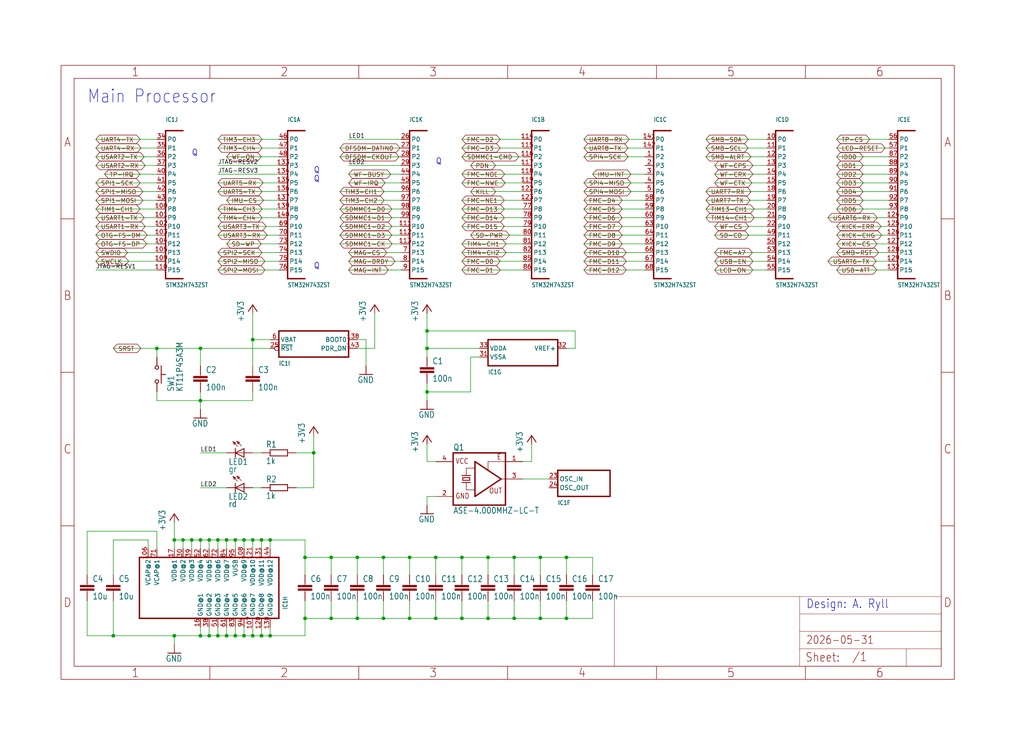
<source format=kicad_sch>
(kicad_sch (version 20231120) (generator "eeschema") (generator_version "8.0")
  (paper "User" 298.45 217.322)
  (junction (at 104.14 180.34))
  (junction (at 58.42 185.42))
  (junction (at 88.9 162.56))
  (junction (at 88.9 180.34))
  (junction (at 157.48 162.56))
  (junction (at 50.8 185.42))
  (junction (at 142.24 180.34))
  (junction (at 68.58 157.48))
  (junction (at 45.72 101.6))
  (junction (at 157.48 180.34))
  (junction (at 149.86 180.34))
  (junction (at 33.02 185.42))
  (junction (at 127 162.56))
  (junction (at 134.62 180.34))
  (junction (at 111.76 162.56))
  (junction (at 91.44 132.08))
  (junction (at 58.42 157.48))
  (junction (at 124.46 96.52))
  (junction (at 96.52 162.56))
  (junction (at 58.42 101.6))
  (junction (at 63.5 157.48))
  (junction (at 66.04 157.48))
  (junction (at 134.62 162.56))
  (junction (at 60.96 157.48))
  (junction (at 78.74 185.42))
  (junction (at 73.66 99.06))
  (junction (at 71.12 185.42))
  (junction (at 53.34 157.48))
  (junction (at 60.96 185.42))
  (junction (at 50.8 157.48))
  (junction (at 104.14 162.56))
  (junction (at 96.52 180.34))
  (junction (at 58.42 116.84))
  (junction (at 119.38 162.56))
  (junction (at 76.2 185.42))
  (junction (at 73.66 185.42))
  (junction (at 78.74 157.48))
  (junction (at 73.66 157.48))
  (junction (at 124.46 101.6))
  (junction (at 66.04 185.42))
  (junction (at 76.2 157.48))
  (junction (at 71.12 157.48))
  (junction (at 165.1 180.34))
  (junction (at 63.5 185.42))
  (junction (at 142.24 162.56))
  (junction (at 149.86 162.56))
  (junction (at 119.38 180.34))
  (junction (at 111.76 180.34))
  (junction (at 68.58 185.42))
  (junction (at 127 180.34))
  (junction (at 124.46 114.3))
  (junction (at 55.88 157.48))
  (junction (at 165.1 162.56))
  (wire (pts (xy 152.4 134.62) (xy 154.94 134.62)) (stroke (width 0.1524)))
  (wire (pts (xy 58.42 185.42) (xy 60.96 185.42)) (stroke (width 0.1524)))
  (wire (pts (xy 81.28 63.5) (xy 63.5 63.5)) (stroke (width 0.1524)))
  (wire (pts (xy 63.5 182.88) (xy 63.5 185.42)) (stroke (width 0.1524)))
  (wire (pts (xy 76.2 182.88) (xy 76.2 185.42)) (stroke (width 0.1524)))
  (wire (pts (xy 60.96 185.42) (xy 63.5 185.42)) (stroke (width 0.1524)))
  (wire (pts (xy 45.72 76.2) (xy 27.94 76.2)) (stroke (width 0.1524)))
  (wire (pts (xy 172.72 180.34) (xy 165.1 180.34)) (stroke (width 0.1524)))
  (wire (pts (xy 127 162.56) (xy 134.62 162.56)) (stroke (width 0.1524)))
  (wire (pts (xy 187.96 73.66) (xy 170.18 73.66)) (stroke (width 0.1524)))
  (wire (pts (xy 119.38 162.56) (xy 127 162.56)) (stroke (width 0.1524)))
  (wire (pts (xy 60.96 160.02) (xy 60.96 157.48)) (stroke (width 0.1524)))
  (wire (pts (xy 259.08 50.8) (xy 243.84 50.8)) (stroke (width 0.1524)))
  (wire (pts (xy 116.84 48.26) (xy 101.6 48.26)) (stroke (width 0.1524)))
  (wire (pts (xy 116.84 78.74) (xy 101.6 78.74)) (stroke (width 0.1524)))
  (wire (pts (xy 33.02 175.26) (xy 33.02 185.42)) (stroke (width 0.1524)))
  (wire (pts (xy 187.96 66.04) (xy 170.18 66.04)) (stroke (width 0.1524)))
  (wire (pts (xy 78.74 101.6) (xy 58.42 101.6)) (stroke (width 0.1524)))
  (wire (pts (xy 127 144.78) (xy 124.46 144.78)) (stroke (width 0.1524)))
  (wire (pts (xy 81.28 78.74) (xy 63.5 78.74)) (stroke (width 0.1524)))
  (wire (pts (xy 187.96 71.12) (xy 170.18 71.12)) (stroke (width 0.1524)))
  (wire (pts (xy 259.08 71.12) (xy 243.84 71.12)) (stroke (width 0.1524)))
  (wire (pts (xy 81.28 60.96) (xy 63.5 60.96)) (stroke (width 0.1524)))
  (wire (pts (xy 165.1 175.26) (xy 165.1 180.34)) (stroke (width 0.1524)))
  (wire (pts (xy 134.62 167.64) (xy 134.62 162.56)) (stroke (width 0.1524)))
  (wire (pts (xy 96.52 180.34) (xy 104.14 180.34)) (stroke (width 0.1524)))
  (wire (pts (xy 45.72 101.6) (xy 33.02 101.6)) (stroke (width 0.1524)))
  (wire (pts (xy 88.9 175.26) (xy 88.9 180.34)) (stroke (width 0.1524)))
  (wire (pts (xy 78.74 160.02) (xy 78.74 157.48)) (stroke (width 0.1524)))
  (wire (pts (xy 81.28 48.26) (xy 63.5 48.26)) (stroke (width 0.1524)))
  (wire (pts (xy 81.28 76.2) (xy 63.5 76.2)) (stroke (width 0.1524)))
  (wire (pts (xy 223.52 58.42) (xy 205.74 58.42)) (stroke (width 0.1524)))
  (wire (pts (xy 81.28 66.04) (xy 63.5 66.04)) (stroke (width 0.1524)))
  (wire (pts (xy 45.72 116.84) (xy 45.72 114.3)) (stroke (width 0.1524)))
  (wire (pts (xy 172.72 162.56) (xy 172.72 167.64)) (stroke (width 0.1524)))
  (wire (pts (xy 187.96 78.74) (xy 170.18 78.74)) (stroke (width 0.1524)))
  (wire (pts (xy 73.66 182.88) (xy 73.66 185.42)) (stroke (width 0.1524)))
  (wire (pts (xy 223.52 60.96) (xy 205.74 60.96)) (stroke (width 0.1524)))
  (wire (pts (xy 71.12 182.88) (xy 71.12 185.42)) (stroke (width 0.1524)))
  (wire (pts (xy 58.42 160.02) (xy 58.42 157.48)) (stroke (width 0.1524)))
  (wire (pts (xy 243.84 73.66) (xy 259.08 73.66)) (stroke (width 0.1524)))
  (wire (pts (xy 66.04 142.24) (xy 58.42 142.24)) (stroke (width 0.1524)))
  (wire (pts (xy 124.46 134.62) (xy 124.46 129.54)) (stroke (width 0.1524)))
  (wire (pts (xy 71.12 160.02) (xy 71.12 157.48)) (stroke (width 0.1524)))
  (wire (pts (xy 223.52 53.34) (xy 208.28 53.34)) (stroke (width 0.1524)))
  (wire (pts (xy 68.58 182.88) (xy 68.58 185.42)) (stroke (width 0.1524)))
  (wire (pts (xy 149.86 167.64) (xy 149.86 162.56)) (stroke (width 0.1524)))
  (wire (pts (xy 116.84 55.88) (xy 99.06 55.88)) (stroke (width 0.1524)))
  (wire (pts (xy 96.52 175.26) (xy 96.52 180.34)) (stroke (width 0.1524)))
  (wire (pts (xy 187.96 76.2) (xy 170.18 76.2)) (stroke (width 0.1524)))
  (wire (pts (xy 50.8 185.42) (xy 58.42 185.42)) (stroke (width 0.1524)))
  (wire (pts (xy 165.1 101.6) (xy 167.64 101.6)) (stroke (width 0.1524)))
  (wire (pts (xy 86.36 132.08) (xy 91.44 132.08)) (stroke (width 0.1524)))
  (wire (pts (xy 243.84 78.74) (xy 259.08 78.74)) (stroke (width 0.1524)))
  (wire (pts (xy 55.88 160.02) (xy 55.88 157.48)) (stroke (width 0.1524)))
  (wire (pts (xy 45.72 55.88) (xy 27.94 55.88)) (stroke (width 0.1524)))
  (wire (pts (xy 187.96 55.88) (xy 170.18 55.88)) (stroke (width 0.1524)))
  (wire (pts (xy 111.76 162.56) (xy 119.38 162.56)) (stroke (width 0.1524)))
  (wire (pts (xy 81.28 73.66) (xy 63.5 73.66)) (stroke (width 0.1524)))
  (wire (pts (xy 53.34 160.02) (xy 53.34 157.48)) (stroke (width 0.1524)))
  (wire (pts (xy 76.2 160.02) (xy 76.2 157.48)) (stroke (width 0.1524)))
  (wire (pts (xy 160.02 139.7) (xy 152.4 139.7)) (stroke (width 0.1524)))
  (wire (pts (xy 116.84 76.2) (xy 101.6 76.2)) (stroke (width 0.1524)))
  (wire (pts (xy 187.96 63.5) (xy 170.18 63.5)) (stroke (width 0.1524)))
  (wire (pts (xy 124.46 114.3) (xy 124.46 111.76)) (stroke (width 0.1524)))
  (wire (pts (xy 45.72 40.64) (xy 27.94 40.64)) (stroke (width 0.1524)))
  (wire (pts (xy 104.14 167.64) (xy 104.14 162.56)) (stroke (width 0.1524)))
  (wire (pts (xy 165.1 180.34) (xy 157.48 180.34)) (stroke (width 0.1524)))
  (wire (pts (xy 116.84 68.58) (xy 99.06 68.58)) (stroke (width 0.1524)))
  (wire (pts (xy 58.42 101.6) (xy 45.72 101.6)) (stroke (width 0.1524)))
  (wire (pts (xy 106.68 99.06) (xy 106.68 106.68)) (stroke (width 0.1524)))
  (wire (pts (xy 81.28 53.34) (xy 63.5 53.34)) (stroke (width 0.1524)))
  (wire (pts (xy 50.8 160.02) (xy 50.8 157.48)) (stroke (width 0.1524)))
  (wire (pts (xy 152.4 71.12) (xy 134.62 71.12)) (stroke (width 0.1524)))
  (wire (pts (xy 116.84 60.96) (xy 99.06 60.96)) (stroke (width 0.1524)))
  (wire (pts (xy 116.84 40.64) (xy 101.6 40.64)) (stroke (width 0.1524)))
  (wire (pts (xy 142.24 162.56) (xy 149.86 162.56)) (stroke (width 0.1524)))
  (wire (pts (xy 55.88 157.48) (xy 58.42 157.48)) (stroke (width 0.1524)))
  (wire (pts (xy 73.66 99.06) (xy 73.66 106.68)) (stroke (width 0.1524)))
  (wire (pts (xy 111.76 180.34) (xy 119.38 180.34)) (stroke (width 0.1524)))
  (wire (pts (xy 58.42 182.88) (xy 58.42 185.42)) (stroke (width 0.1524)))
  (wire (pts (xy 167.64 96.52) (xy 124.46 96.52)) (stroke (width 0.1524)))
  (wire (pts (xy 223.52 45.72) (xy 205.74 45.72)) (stroke (width 0.1524)))
  (wire (pts (xy 86.36 142.24) (xy 91.44 142.24)) (stroke (width 0.1524)))
  (wire (pts (xy 152.4 63.5) (xy 134.62 63.5)) (stroke (width 0.1524)))
  (wire (pts (xy 45.72 104.14) (xy 45.72 101.6)) (stroke (width 0.1524)))
  (wire (pts (xy 259.08 63.5) (xy 241.3 63.5)) (stroke (width 0.1524)))
  (wire (pts (xy 88.9 167.64) (xy 88.9 162.56)) (stroke (width 0.1524)))
  (wire (pts (xy 58.42 101.6) (xy 58.42 106.68)) (stroke (width 0.1524)))
  (wire (pts (xy 154.94 134.62) (xy 154.94 129.54)) (stroke (width 0.1524)))
  (wire (pts (xy 116.84 43.18) (xy 99.06 43.18)) (stroke (width 0.1524)))
  (wire (pts (xy 152.4 66.04) (xy 134.62 66.04)) (stroke (width 0.1524)))
  (wire (pts (xy 152.4 50.8) (xy 134.62 50.8)) (stroke (width 0.1524)))
  (wire (pts (xy 111.76 167.64) (xy 111.76 162.56)) (stroke (width 0.1524)))
  (wire (pts (xy 45.72 63.5) (xy 27.94 63.5)) (stroke (width 0.1524)))
  (wire (pts (xy 152.4 53.34) (xy 134.62 53.34)) (stroke (width 0.1524)))
  (wire (pts (xy 45.72 73.66) (xy 27.94 73.66)) (stroke (width 0.1524)))
  (wire (pts (xy 58.42 116.84) (xy 58.42 114.3)) (stroke (width 0.1524)))
  (wire (pts (xy 223.52 63.5) (xy 205.74 63.5)) (stroke (width 0.1524)))
  (wire (pts (xy 152.4 55.88) (xy 137.16 55.88)) (stroke (width 0.1524)))
  (wire (pts (xy 104.14 180.34) (xy 111.76 180.34)) (stroke (width 0.1524)))
  (wire (pts (xy 116.84 73.66) (xy 101.6 73.66)) (stroke (width 0.1524)))
  (wire (pts (xy 58.42 119.38) (xy 58.42 116.84)) (stroke (width 0.1524)))
  (wire (pts (xy 152.4 76.2) (xy 134.62 76.2)) (stroke (width 0.1524)))
  (wire (pts (xy 58.42 116.84) (xy 73.66 116.84)) (stroke (width 0.1524)))
  (wire (pts (xy 152.4 60.96) (xy 134.62 60.96)) (stroke (width 0.1524)))
  (wire (pts (xy 259.08 43.18) (xy 243.84 43.18)) (stroke (width 0.1524)))
  (wire (pts (xy 149.86 180.34) (xy 142.24 180.34)) (stroke (width 0.1524)))
  (wire (pts (xy 45.72 78.74) (xy 27.94 78.74)) (stroke (width 0.1524)))
  (wire (pts (xy 165.1 167.64) (xy 165.1 162.56)) (stroke (width 0.1524)))
  (wire (pts (xy 45.72 71.12) (xy 27.94 71.12)) (stroke (width 0.1524)))
  (wire (pts (xy 172.72 175.26) (xy 172.72 180.34)) (stroke (width 0.1524)))
  (wire (pts (xy 45.72 53.34) (xy 27.94 53.34)) (stroke (width 0.1524)))
  (wire (pts (xy 104.14 101.6) (xy 109.22 101.6)) (stroke (width 0.1524)))
  (wire (pts (xy 259.08 40.64) (xy 243.84 40.64)) (stroke (width 0.1524)))
  (wire (pts (xy 66.04 182.88) (xy 66.04 185.42)) (stroke (width 0.1524)))
  (wire (pts (xy 124.46 144.78) (xy 124.46 147.32)) (stroke (width 0.1524)))
  (wire (pts (xy 223.52 43.18) (xy 205.74 43.18)) (stroke (width 0.1524)))
  (wire (pts (xy 116.84 58.42) (xy 99.06 58.42)) (stroke (width 0.1524)))
  (wire (pts (xy 152.4 73.66) (xy 134.62 73.66)) (stroke (width 0.1524)))
  (wire (pts (xy 152.4 45.72) (xy 134.62 45.72)) (stroke (width 0.1524)))
  (wire (pts (xy 109.22 101.6) (xy 109.22 91.44)) (stroke (width 0.1524)))
  (wire (pts (xy 139.7 101.6) (xy 124.46 101.6)) (stroke (width 0.1524)))
  (wire (pts (xy 259.08 45.72) (xy 243.84 45.72)) (stroke (width 0.1524)))
  (wire (pts (xy 45.72 66.04) (xy 27.94 66.04)) (stroke (width 0.1524)))
  (wire (pts (xy 157.48 162.56) (xy 165.1 162.56)) (stroke (width 0.1524)))
  (wire (pts (xy 149.86 175.26) (xy 149.86 180.34)) (stroke (width 0.1524)))
  (wire (pts (xy 223.52 68.58) (xy 208.28 68.58)) (stroke (width 0.1524)))
  (wire (pts (xy 88.9 185.42) (xy 88.9 180.34)) (stroke (width 0.1524)))
  (wire (pts (xy 104.14 175.26) (xy 104.14 180.34)) (stroke (width 0.1524)))
  (wire (pts (xy 157.48 167.64) (xy 157.48 162.56)) (stroke (width 0.1524)))
  (wire (pts (xy 66.04 185.42) (xy 68.58 185.42)) (stroke (width 0.1524)))
  (wire (pts (xy 43.18 157.48) (xy 33.02 157.48)) (stroke (width 0.1524)))
  (wire (pts (xy 78.74 182.88) (xy 78.74 185.42)) (stroke (width 0.1524)))
  (wire (pts (xy 68.58 185.42) (xy 71.12 185.42)) (stroke (width 0.1524)))
  (wire (pts (xy 223.52 48.26) (xy 208.28 48.26)) (stroke (width 0.1524)))
  (wire (pts (xy 223.52 55.88) (xy 205.74 55.88)) (stroke (width 0.1524)))
  (wire (pts (xy 50.8 187.96) (xy 50.8 185.42)) (stroke (width 0.1524)))
  (wire (pts (xy 116.84 45.72) (xy 99.06 45.72)) (stroke (width 0.1524)))
  (wire (pts (xy 25.4 154.94) (xy 25.4 167.64)) (stroke (width 0.1524)))
  (wire (pts (xy 81.28 55.88) (xy 63.5 55.88)) (stroke (width 0.1524)))
  (wire (pts (xy 76.2 132.08) (xy 73.66 132.08)) (stroke (width 0.1524)))
  (wire (pts (xy 137.16 114.3) (xy 124.46 114.3)) (stroke (width 0.1524)))
  (wire (pts (xy 43.18 160.02) (xy 43.18 157.48)) (stroke (width 0.1524)))
  (wire (pts (xy 134.62 162.56) (xy 142.24 162.56)) (stroke (width 0.1524)))
  (wire (pts (xy 116.84 66.04) (xy 99.06 66.04)) (stroke (width 0.1524)))
  (wire (pts (xy 259.08 68.58) (xy 243.84 68.58)) (stroke (width 0.1524)))
  (wire (pts (xy 187.96 50.8) (xy 172.72 50.8)) (stroke (width 0.1524)))
  (wire (pts (xy 187.96 68.58) (xy 170.18 68.58)) (stroke (width 0.1524)))
  (wire (pts (xy 187.96 53.34) (xy 170.18 53.34)) (stroke (width 0.1524)))
  (wire (pts (xy 223.52 76.2) (xy 208.28 76.2)) (stroke (width 0.1524)))
  (wire (pts (xy 142.24 180.34) (xy 134.62 180.34)) (stroke (width 0.1524)))
  (wire (pts (xy 25.4 185.42) (xy 33.02 185.42)) (stroke (width 0.1524)))
  (wire (pts (xy 134.62 180.34) (xy 127 180.34)) (stroke (width 0.1524)))
  (wire (pts (xy 152.4 78.74) (xy 134.62 78.74)) (stroke (width 0.1524)))
  (wire (pts (xy 259.08 60.96) (xy 243.84 60.96)) (stroke (width 0.1524)))
  (wire (pts (xy 96.52 162.56) (xy 104.14 162.56)) (stroke (width 0.1524)))
  (wire (pts (xy 76.2 157.48) (xy 78.74 157.48)) (stroke (width 0.1524)))
  (wire (pts (xy 33.02 157.48) (xy 33.02 167.64)) (stroke (width 0.1524)))
  (wire (pts (xy 124.46 101.6) (xy 124.46 104.14)) (stroke (width 0.1524)))
  (wire (pts (xy 76.2 185.42) (xy 78.74 185.42)) (stroke (width 0.1524)))
  (wire (pts (xy 116.84 50.8) (xy 101.6 50.8)) (stroke (width 0.1524)))
  (wire (pts (xy 149.86 162.56) (xy 157.48 162.56)) (stroke (width 0.1524)))
  (wire (pts (xy 124.46 96.52) (xy 124.46 91.44)) (stroke (width 0.1524)))
  (wire (pts (xy 259.08 76.2) (xy 241.3 76.2)) (stroke (width 0.1524)))
  (wire (pts (xy 167.64 101.6) (xy 167.64 96.52)) (stroke (width 0.1524)))
  (wire (pts (xy 45.72 48.26) (xy 27.94 48.26)) (stroke (width 0.1524)))
  (wire (pts (xy 124.46 101.6) (xy 124.46 96.52)) (stroke (width 0.1524)))
  (wire (pts (xy 91.44 132.08) (xy 91.44 127)) (stroke (width 0.1524)))
  (wire (pts (xy 127 134.62) (xy 124.46 134.62)) (stroke (width 0.1524)))
  (wire (pts (xy 116.84 71.12) (xy 99.06 71.12)) (stroke (width 0.1524)))
  (wire (pts (xy 88.9 157.48) (xy 88.9 162.56)) (stroke (width 0.1524)))
  (wire (pts (xy 66.04 58.42) (xy 81.28 58.42)) (stroke (width 0.1524)))
  (wire (pts (xy 76.2 142.24) (xy 73.66 142.24)) (stroke (width 0.1524)))
  (wire (pts (xy 134.62 175.26) (xy 134.62 180.34)) (stroke (width 0.1524)))
  (wire (pts (xy 25.4 175.26) (xy 25.4 185.42)) (stroke (width 0.1524)))
  (wire (pts (xy 157.48 180.34) (xy 149.86 180.34)) (stroke (width 0.1524)))
  (wire (pts (xy 81.28 43.18) (xy 63.5 43.18)) (stroke (width 0.1524)))
  (wire (pts (xy 91.44 142.24) (xy 91.44 132.08)) (stroke (width 0.1524)))
  (wire (pts (xy 45.72 154.94) (xy 25.4 154.94)) (stroke (width 0.1524)))
  (wire (pts (xy 127 167.64) (xy 127 162.56)) (stroke (width 0.1524)))
  (wire (pts (xy 81.28 50.8) (xy 63.5 50.8)) (stroke (width 0.1524)))
  (wire (pts (xy 45.72 160.02) (xy 45.72 154.94)) (stroke (width 0.1524)))
  (wire (pts (xy 45.72 58.42) (xy 27.94 58.42)) (stroke (width 0.1524)))
  (wire (pts (xy 45.72 60.96) (xy 27.94 60.96)) (stroke (width 0.1524)))
  (wire (pts (xy 68.58 160.02) (xy 68.58 157.48)) (stroke (width 0.1524)))
  (wire (pts (xy 66.04 160.02) (xy 66.04 157.48)) (stroke (width 0.1524)))
  (wire (pts (xy 88.9 180.34) (xy 96.52 180.34)) (stroke (width 0.1524)))
  (wire (pts (xy 119.38 162.56) (xy 119.38 167.64)) (stroke (width 0.1524)))
  (wire (pts (xy 63.5 160.02) (xy 63.5 157.48)) (stroke (width 0.1524)))
  (wire (pts (xy 96.52 167.64) (xy 96.52 162.56)) (stroke (width 0.1524)))
  (wire (pts (xy 152.4 68.58) (xy 137.16 68.58)) (stroke (width 0.1524)))
  (wire (pts (xy 259.08 55.88) (xy 243.84 55.88)) (stroke (width 0.1524)))
  (wire (pts (xy 139.7 104.14) (xy 137.16 104.14)) (stroke (width 0.1524)))
  (wire (pts (xy 73.66 99.06) (xy 73.66 91.44)) (stroke (width 0.1524)))
  (wire (pts (xy 116.84 53.34) (xy 101.6 53.34)) (stroke (width 0.1524)))
  (wire (pts (xy 104.14 162.56) (xy 111.76 162.56)) (stroke (width 0.1524)))
  (wire (pts (xy 68.58 157.48) (xy 71.12 157.48)) (stroke (width 0.1524)))
  (wire (pts (xy 223.52 66.04) (xy 208.28 66.04)) (stroke (width 0.1524)))
  (wire (pts (xy 78.74 99.06) (xy 73.66 99.06)) (stroke (width 0.1524)))
  (wire (pts (xy 81.28 68.58) (xy 63.5 68.58)) (stroke (width 0.1524)))
  (wire (pts (xy 187.96 60.96) (xy 170.18 60.96)) (stroke (width 0.1524)))
  (wire (pts (xy 60.96 182.88) (xy 60.96 185.42)) (stroke (width 0.1524)))
  (wire (pts (xy 152.4 58.42) (xy 134.62 58.42)) (stroke (width 0.1524)))
  (wire (pts (xy 71.12 185.42) (xy 73.66 185.42)) (stroke (width 0.1524)))
  (wire (pts (xy 259.08 48.26) (xy 243.84 48.26)) (stroke (width 0.1524)))
  (wire (pts (xy 152.4 43.18) (xy 134.62 43.18)) (stroke (width 0.1524)))
  (wire (pts (xy 66.04 157.48) (xy 68.58 157.48)) (stroke (width 0.1524)))
  (wire (pts (xy 63.5 185.42) (xy 66.04 185.42)) (stroke (width 0.1524)))
  (wire (pts (xy 187.96 40.64) (xy 170.18 40.64)) (stroke (width 0.1524)))
  (wire (pts (xy 223.52 40.64) (xy 205.74 40.64)) (stroke (width 0.1524)))
  (wire (pts (xy 33.02 185.42) (xy 50.8 185.42)) (stroke (width 0.1524)))
  (wire (pts (xy 152.4 40.64) (xy 134.62 40.64)) (stroke (width 0.1524)))
  (wire (pts (xy 223.52 78.74) (xy 208.28 78.74)) (stroke (width 0.1524)))
  (wire (pts (xy 124.46 114.3) (xy 124.46 116.84)) (stroke (width 0.1524)))
  (wire (pts (xy 45.72 68.58) (xy 27.94 68.58)) (stroke (width 0.1524)))
  (wire (pts (xy 111.76 175.26) (xy 111.76 180.34)) (stroke (width 0.1524)))
  (wire (pts (xy 116.84 63.5) (xy 99.06 63.5)) (stroke (width 0.1524)))
  (wire (pts (xy 142.24 167.64) (xy 142.24 162.56)) (stroke (width 0.1524)))
  (wire (pts (xy 152.4 48.26) (xy 137.16 48.26)) (stroke (width 0.1524)))
  (wire (pts (xy 223.52 50.8) (xy 208.28 50.8)) (stroke (width 0.1524)))
  (wire (pts (xy 81.28 45.72) (xy 66.04 45.72)) (stroke (width 0.1524)))
  (wire (pts (xy 223.52 73.66) (xy 208.28 73.66)) (stroke (width 0.1524)))
  (wire (pts (xy 73.66 157.48) (xy 76.2 157.48)) (stroke (width 0.1524)))
  (wire (pts (xy 73.66 160.02) (xy 73.66 157.48)) (stroke (width 0.1524)))
  (wire (pts (xy 142.24 175.26) (xy 142.24 180.34)) (stroke (width 0.1524)))
  (wire (pts (xy 259.08 53.34) (xy 243.84 53.34)) (stroke (width 0.1524)))
  (wire (pts (xy 45.72 50.8) (xy 30.48 50.8)) (stroke (width 0.1524)))
  (wire (pts (xy 53.34 157.48) (xy 55.88 157.48)) (stroke (width 0.1524)))
  (wire (pts (xy 137.16 104.14) (xy 137.16 114.3)) (stroke (width 0.1524)))
  (wire (pts (xy 127 180.34) (xy 119.38 180.34)) (stroke (width 0.1524)))
  (wire (pts (xy 165.1 162.56) (xy 172.72 162.56)) (stroke (width 0.1524)))
  (wire (pts (xy 259.08 58.42) (xy 243.84 58.42)) (stroke (width 0.1524)))
  (wire (pts (xy 58.42 157.48) (xy 60.96 157.48)) (stroke (width 0.1524)))
  (wire (pts (xy 71.12 157.48) (xy 73.66 157.48)) (stroke (width 0.1524)))
  (wire (pts (xy 81.28 40.64) (xy 63.5 40.64)) (stroke (width 0.1524)))
  (wire (pts (xy 88.9 162.56) (xy 96.52 162.56)) (stroke (width 0.1524)))
  (wire (pts (xy 63.5 157.48) (xy 66.04 157.48)) (stroke (width 0.1524)))
  (wire (pts (xy 73.66 116.84) (xy 73.66 114.3)) (stroke (width 0.1524)))
  (wire (pts (xy 45.72 43.18) (xy 27.94 43.18)) (stroke (width 0.1524)))
  (wire (pts (xy 81.28 71.12) (xy 66.04 71.12)) (stroke (width 0.1524)))
  (wire (pts (xy 50.8 157.48) (xy 50.8 152.4)) (stroke (width 0.1524)))
  (wire (pts (xy 187.96 45.72) (xy 170.18 45.72)) (stroke (width 0.1524)))
  (wire (pts (xy 50.8 157.48) (xy 53.34 157.48)) (stroke (width 0.1524)))
  (wire (pts (xy 187.96 43.18) (xy 170.18 43.18)) (stroke (width 0.1524)))
  (wire (pts (xy 104.14 99.06) (xy 106.68 99.06)) (stroke (width 0.1524)))
  (wire (pts (xy 157.48 175.26) (xy 157.48 180.34)) (stroke (width 0.1524)))
  (wire (pts (xy 78.74 157.48) (xy 88.9 157.48)) (stroke (width 0.1524)))
  (wire (pts (xy 187.96 58.42) (xy 170.18 58.42)) (stroke (width 0.1524)))
  (wire (pts (xy 259.08 66.04) (xy 243.84 66.04)) (stroke (width 0.1524)))
  (wire (pts (xy 73.66 185.42) (xy 76.2 185.42)) (stroke (width 0.1524)))
  (wire (pts (xy 66.04 132.08) (xy 58.42 132.08)) (stroke (width 0.1524)))
  (wire (pts (xy 60.96 157.48) (xy 63.5 157.48)) (stroke (width 0.1524)))
  (wire (pts (xy 119.38 180.34) (xy 119.38 175.26)) (stroke (width 0.1524)))
  (wire (pts (xy 45.72 45.72) (xy 27.94 45.72)) (stroke (width 0.1524)))
  (wire (pts (xy 58.42 116.84) (xy 45.72 116.84)) (stroke (width 0.1524)))
  (wire (pts (xy 78.74 185.42) (xy 88.9 185.42)) (stroke (width 0.1524)))
  (wire (pts (xy 127 175.26) (xy 127 180.34)) (stroke (width 0.1524)))
  (text "Q" (at 91.44 78.74 0) (effects (font (size 1.778 1.5113)) (justify left bottom)))
  (text "Q" (at 55.88 45.72 0) (effects (font (size 1.778 1.5113)) (justify left bottom)))
  (text "Q" (at 91.44 50.8 0) (effects (font (size 1.778 1.5113)) (justify left bottom)))
  (text "Q" (at 91.44 53.34 0) (effects (font (size 1.778 1.5113)) (justify left bottom)))
  (text "Main Processor" (at 25.4 30.48 0) (effects (font (size 3.81 3.2385)) (justify left bottom)))
  (text "Q" (at 127 48.26 0) (effects (font (size 1.778 1.5113)) (justify left bottom)))
  (text "Design: A. Ryll" (at 234.95 177.8 0) (effects (font (size 2.54 2.159)) (justify left bottom)))
  (label "LED2" (at 58.42 142.24 0) (effects (font (size 1.2446 1.2446))))
  (label "LED2" (at 101.6 48.26 0) (effects (font (size 1.2446 1.2446))))
  (label "LED1" (at 101.6 40.64 0) (effects (font (size 1.2446 1.2446))))
  (label "JTAG-RESV3" (at 63.5 50.8 0) (effects (font (size 1.2446 1.2446))))
  (label "LED1" (at 58.42 132.08 0) (effects (font (size 1.2446 1.2446))))
  (label "JTAG-RESV1" (at 27.94 78.74 0) (effects (font (size 1.2446 1.2446))))
  (label "JTAG-RESV2" (at 63.5 48.26 0) (effects (font (size 1.2446 1.2446))))
  (global_label "IDD4" (shape bidirectional) (at 243.84 55.88 0) (effects (font (size 1.2446 1.2446))) (property "Intersheetrefs" "${INTERSHEET_REFS}" (effects (hide yes))))
  (global_label "KILL" (shape bidirectional) (at 137.16 55.88 0) (effects (font (size 1.2446 1.2446))) (property "Intersheetrefs" "${INTERSHEET_REFS}" (effects (hide yes))))
  (global_label "UART7-TX" (shape bidirectional) (at 205.74 58.42 0) (effects (font (size 1.2446 1.2446))) (property "Intersheetrefs" "${INTERSHEET_REFS}" (effects (hide yes))))
  (global_label "IDD5" (shape bidirectional) (at 243.84 58.42 0) (effects (font (size 1.2446 1.2446))) (property "Intersheetrefs" "${INTERSHEET_REFS}" (effects (hide yes))))
  (global_label "TIM4-CH3" (shape bidirectional) (at 63.5 60.96 0) (effects (font (size 1.2446 1.2446))) (property "Intersheetrefs" "${INTERSHEET_REFS}" (effects (hide yes))))
  (global_label "SD-PWR" (shape bidirectional) (at 137.16 68.58 0) (effects (font (size 1.2446 1.2446))) (property "Intersheetrefs" "${INTERSHEET_REFS}" (effects (hide yes))))
  (global_label "FMC-D13" (shape bidirectional) (at 134.62 60.96 0) (effects (font (size 1.2446 1.2446))) (property "Intersheetrefs" "${INTERSHEET_REFS}" (effects (hide yes))))
  (global_label "SPI4-MOSI" (shape bidirectional) (at 170.18 55.88 0) (effects (font (size 1.2446 1.2446))) (property "Intersheetrefs" "${INTERSHEET_REFS}" (effects (hide yes))))
  (global_label "WF-CPS" (shape bidirectional) (at 208.28 48.26 0) (effects (font (size 1.2446 1.2446))) (property "Intersheetrefs" "${INTERSHEET_REFS}" (effects (hide yes))))
  (global_label "UART7-RX" (shape bidirectional) (at 205.74 55.88 0) (effects (font (size 1.2446 1.2446))) (property "Intersheetrefs" "${INTERSHEET_REFS}" (effects (hide yes))))
  (global_label "SPI4-MISO" (shape bidirectional) (at 170.18 53.34 0) (effects (font (size 1.2446 1.2446))) (property "Intersheetrefs" "${INTERSHEET_REFS}" (effects (hide yes))))
  (global_label "SDMMC1-D1" (shape bidirectional) (at 99.06 63.5 0) (effects (font (size 1.2446 1.2446))) (property "Intersheetrefs" "${INTERSHEET_REFS}" (effects (hide yes))))
  (global_label "USART2-TX" (shape bidirectional) (at 27.94 45.72 0) (effects (font (size 1.2446 1.2446))) (property "Intersheetrefs" "${INTERSHEET_REFS}" (effects (hide yes))))
  (global_label "UART5-TX" (shape bidirectional) (at 63.5 55.88 0) (effects (font (size 1.2446 1.2446))) (property "Intersheetrefs" "${INTERSHEET_REFS}" (effects (hide yes))))
  (global_label "SPI1-MISO" (shape bidirectional) (at 27.94 55.88 0) (effects (font (size 1.2446 1.2446))) (property "Intersheetrefs" "${INTERSHEET_REFS}" (effects (hide yes))))
  (global_label "FMC-D1" (shape bidirectional) (at 134.62 78.74 0) (effects (font (size 1.2446 1.2446))) (property "Intersheetrefs" "${INTERSHEET_REFS}" (effects (hide yes))))
  (global_label "SPI1-SCK" (shape bidirectional) (at 27.94 53.34 0) (effects (font (size 1.2446 1.2446))) (property "Intersheetrefs" "${INTERSHEET_REFS}" (effects (hide yes))))
  (global_label "TIM3-CH4" (shape bidirectional) (at 63.5 43.18 0) (effects (font (size 1.2446 1.2446))) (property "Intersheetrefs" "${INTERSHEET_REFS}" (effects (hide yes))))
  (global_label "SPI2-SCK" (shape bidirectional) (at 63.5 73.66 0) (effects (font (size 1.2446 1.2446))) (property "Intersheetrefs" "${INTERSHEET_REFS}" (effects (hide yes))))
  (global_label "SMB-SDA" (shape bidirectional) (at 205.74 40.64 0) (effects (font (size 1.2446 1.2446))) (property "Intersheetrefs" "${INTERSHEET_REFS}" (effects (hide yes))))
  (global_label "IMU-CS" (shape bidirectional) (at 66.04 58.42 0) (effects (font (size 1.2446 1.2446))) (property "Intersheetrefs" "${INTERSHEET_REFS}" (effects (hide yes))))
  (global_label "USART1-RX" (shape bidirectional) (at 27.94 66.04 0) (effects (font (size 1.2446 1.2446))) (property "Intersheetrefs" "${INTERSHEET_REFS}" (effects (hide yes))))
  (global_label "TIM3-CH1" (shape bidirectional) (at 99.06 55.88 0) (effects (font (size 1.2446 1.2446))) (property "Intersheetrefs" "${INTERSHEET_REFS}" (effects (hide yes))))
  (global_label "TIM13-CH1" (shape bidirectional) (at 205.74 60.96 0) (effects (font (size 1.2446 1.2446))) (property "Intersheetrefs" "${INTERSHEET_REFS}" (effects (hide yes))))
  (global_label "DFSDM-DATIN0" (shape bidirectional) (at 99.06 43.18 0) (effects (font (size 1.2446 1.2446))) (property "Intersheetrefs" "${INTERSHEET_REFS}" (effects (hide yes))))
  (global_label "FMC-NE1" (shape bidirectional) (at 134.62 58.42 0) (effects (font (size 1.2446 1.2446))) (property "Intersheetrefs" "${INTERSHEET_REFS}" (effects (hide yes))))
  (global_label "WF-BUSY" (shape bidirectional) (at 101.6 50.8 0) (effects (font (size 1.2446 1.2446))) (property "Intersheetrefs" "${INTERSHEET_REFS}" (effects (hide yes))))
  (global_label "FMC-D4" (shape bidirectional) (at 170.18 58.42 0) (effects (font (size 1.2446 1.2446))) (property "Intersheetrefs" "${INTERSHEET_REFS}" (effects (hide yes))))
  (global_label "FMC-D3" (shape bidirectional) (at 134.62 43.18 0) (effects (font (size 1.2446 1.2446))) (property "Intersheetrefs" "${INTERSHEET_REFS}" (effects (hide yes))))
  (global_label "UART5-RX" (shape bidirectional) (at 63.5 53.34 0) (effects (font (size 1.2446 1.2446))) (property "Intersheetrefs" "${INTERSHEET_REFS}" (effects (hide yes))))
  (global_label "FMC-D2" (shape bidirectional) (at 134.62 40.64 0) (effects (font (size 1.2446 1.2446))) (property "Intersheetrefs" "${INTERSHEET_REFS}" (effects (hide yes))))
  (global_label "SPI2-MISO" (shape bidirectional) (at 63.5 76.2 0) (effects (font (size 1.2446 1.2446))) (property "Intersheetrefs" "${INTERSHEET_REFS}" (effects (hide yes))))
  (global_label "TIM3-CH2" (shape bidirectional) (at 99.06 58.42 0) (effects (font (size 1.2446 1.2446))) (property "Intersheetrefs" "${INTERSHEET_REFS}" (effects (hide yes))))
  (global_label "FMC-D9" (shape bidirectional) (at 170.18 71.12 0) (effects (font (size 1.2446 1.2446))) (property "Intersheetrefs" "${INTERSHEET_REFS}" (effects (hide yes))))
  (global_label "FMC-D8" (shape bidirectional) (at 170.18 68.58 0) (effects (font (size 1.2446 1.2446))) (property "Intersheetrefs" "${INTERSHEET_REFS}" (effects (hide yes))))
  (global_label "TIM14-CH1" (shape bidirectional) (at 205.74 63.5 0) (effects (font (size 1.2446 1.2446))) (property "Intersheetrefs" "${INTERSHEET_REFS}" (effects (hide yes))))
  (global_label "PDN" (shape bidirectional) (at 137.16 48.26 0) (effects (font (size 1.2446 1.2446))) (property "Intersheetrefs" "${INTERSHEET_REFS}" (effects (hide yes))))
  (global_label "FMC-D5" (shape bidirectional) (at 170.18 60.96 0) (effects (font (size 1.2446 1.2446))) (property "Intersheetrefs" "${INTERSHEET_REFS}" (effects (hide yes))))
  (global_label "OTG-FS-DP" (shape bidirectional) (at 27.94 71.12 0) (effects (font (size 1.2446 1.2446))) (property "Intersheetrefs" "${INTERSHEET_REFS}" (effects (hide yes))))
  (global_label "IMU-INT" (shape bidirectional) (at 172.72 50.8 0) (effects (font (size 1.2446 1.2446))) (property "Intersheetrefs" "${INTERSHEET_REFS}" (effects (hide yes))))
  (global_label "FMC-D10" (shape bidirectional) (at 170.18 73.66 0) (effects (font (size 1.2446 1.2446))) (property "Intersheetrefs" "${INTERSHEET_REFS}" (effects (hide yes))))
  (global_label "WF-CRX" (shape bidirectional) (at 208.28 50.8 0) (effects (font (size 1.2446 1.2446))) (property "Intersheetrefs" "${INTERSHEET_REFS}" (effects (hide yes))))
  (global_label "USART3-RX" (shape bidirectional) (at 63.5 68.58 0) (effects (font (size 1.2446 1.2446))) (property "Intersheetrefs" "${INTERSHEET_REFS}" (effects (hide yes))))
  (global_label "SDMMC1-CK" (shape bidirectional) (at 99.06 71.12 0) (effects (font (size 1.2446 1.2446))) (property "Intersheetrefs" "${INTERSHEET_REFS}" (effects (hide yes))))
  (global_label "OTG-FS-DM" (shape bidirectional) (at 27.94 68.58 0) (effects (font (size 1.2446 1.2446))) (property "Intersheetrefs" "${INTERSHEET_REFS}" (effects (hide yes))))
  (global_label "FMC-D11" (shape bidirectional) (at 170.18 76.2 0) (effects (font (size 1.2446 1.2446))) (property "Intersheetrefs" "${INTERSHEET_REFS}" (effects (hide yes))))
  (global_label "SDMMC1-D2" (shape bidirectional) (at 99.06 66.04 0) (effects (font (size 1.2446 1.2446))) (property "Intersheetrefs" "${INTERSHEET_REFS}" (effects (hide yes))))
  (global_label "IDD1" (shape bidirectional) (at 243.84 48.26 0) (effects (font (size 1.2446 1.2446))) (property "Intersheetrefs" "${INTERSHEET_REFS}" (effects (hide yes))))
  (global_label "SPI1-MOSI" (shape bidirectional) (at 27.94 58.42 0) (effects (font (size 1.2446 1.2446))) (property "Intersheetrefs" "${INTERSHEET_REFS}" (effects (hide yes))))
  (global_label "SDMMC1-CMD" (shape bidirectional) (at 134.62 45.72 0) (effects (font (size 1.2446 1.2446))) (property "Intersheetrefs" "${INTERSHEET_REFS}" (effects (hide yes))))
  (global_label "FMC-A7" (shape bidirectional) (at 208.28 73.66 0) (effects (font (size 1.2446 1.2446))) (property "Intersheetrefs" "${INTERSHEET_REFS}" (effects (hide yes))))
  (global_label "SWDIO" (shape bidirectional) (at 27.94 73.66 0) (effects (font (size 1.2446 1.2446))) (property "Intersheetrefs" "${INTERSHEET_REFS}" (effects (hide yes))))
  (global_label "FMC-D14" (shape bidirectional) (at 134.62 63.5 0) (effects (font (size 1.2446 1.2446))) (property "Intersheetrefs" "${INTERSHEET_REFS}" (effects (hide yes))))
  (global_label "TP-CS" (shape bidirectional) (at 243.84 40.64 0) (effects (font (size 1.2446 1.2446))) (property "Intersheetrefs" "${INTERSHEET_REFS}" (effects (hide yes))))
  (global_label "SDMMC1-D3" (shape bidirectional) (at 99.06 68.58 0) (effects (font (size 1.2446 1.2446))) (property "Intersheetrefs" "${INTERSHEET_REFS}" (effects (hide yes))))
  (global_label "LCD-ON" (shape bidirectional) (at 208.28 78.74 0) (effects (font (size 1.2446 1.2446))) (property "Intersheetrefs" "${INTERSHEET_REFS}" (effects (hide yes))))
  (global_label "TIM4-CH1" (shape bidirectional) (at 134.62 71.12 0) (effects (font (size 1.2446 1.2446))) (property "Intersheetrefs" "${INTERSHEET_REFS}" (effects (hide yes))))
  (global_label "USB-ATT" (shape bidirectional) (at 243.84 78.74 0) (effects (font (size 1.2446 1.2446))) (property "Intersheetrefs" "${INTERSHEET_REFS}" (effects (hide yes))))
  (global_label "KICK-CHG" (shape bidirectional) (at 243.84 68.58 0) (effects (font (size 1.2446 1.2446))) (property "Intersheetrefs" "${INTERSHEET_REFS}" (effects (hide yes))))
  (global_label "SD-WP" (shape bidirectional) (at 66.04 71.12 0) (effects (font (size 1.2446 1.2446))) (property "Intersheetrefs" "${INTERSHEET_REFS}" (effects (hide yes))))
  (global_label "TP-IRQ" (shape bidirectional) (at 30.48 50.8 0) (effects (font (size 1.2446 1.2446))) (property "Intersheetrefs" "${INTERSHEET_REFS}" (effects (hide yes))))
  (global_label "USART3-TX" (shape bidirectional) (at 63.5 66.04 0) (effects (font (size 1.2446 1.2446))) (property "Intersheetrefs" "${INTERSHEET_REFS}" (effects (hide yes))))
  (global_label "SPI4-SCK" (shape bidirectional) (at 170.18 45.72 0) (effects (font (size 1.2446 1.2446))) (property "Intersheetrefs" "${INTERSHEET_REFS}" (effects (hide yes))))
  (global_label "FMC-NOE" (shape bidirectional) (at 134.62 50.8 0) (effects (font (size 1.2446 1.2446))) (property "Intersheetrefs" "${INTERSHEET_REFS}" (effects (hide yes))))
  (global_label "WF-CS" (shape bidirectional) (at 208.28 66.04 0) (effects (font (size 1.2446 1.2446))) (property "Intersheetrefs" "${INTERSHEET_REFS}" (effects (hide yes))))
  (global_label "TIM1-CH1" (shape bidirectional) (at 27.94 60.96 0) (effects (font (size 1.2446 1.2446))) (property "Intersheetrefs" "${INTERSHEET_REFS}" (effects (hide yes))))
  (global_label "FMC-NWE" (shape bidirectional) (at 134.62 53.34 0) (effects (font (size 1.2446 1.2446))) (property "Intersheetrefs" "${INTERSHEET_REFS}" (effects (hide yes))))
  (global_label "SMB-SCL" (shape bidirectional) (at 205.74 43.18 0) (effects (font (size 1.2446 1.2446))) (property "Intersheetrefs" "${INTERSHEET_REFS}" (effects (hide yes))))
  (global_label "SPI2-MOSI" (shape bidirectional) (at 63.5 78.74 0) (effects (font (size 1.2446 1.2446))) (property "Intersheetrefs" "${INTERSHEET_REFS}" (effects (hide yes))))
  (global_label "WF-CTX" (shape bidirectional) (at 208.28 53.34 0) (effects (font (size 1.2446 1.2446))) (property "Intersheetrefs" "${INTERSHEET_REFS}" (effects (hide yes))))
  (global_label "FMC-D7" (shape bidirectional) (at 170.18 66.04 0) (effects (font (size 1.2446 1.2446))) (property "Intersheetrefs" "${INTERSHEET_REFS}" (effects (hide yes))))
  (global_label "MAG-INT" (shape bidirectional) (at 101.6 78.74 0) (effects (font (size 1.2446 1.2446))) (property "Intersheetrefs" "${INTERSHEET_REFS}" (effects (hide yes))))
  (global_label "SMB-RST" (shape bidirectional) (at 243.84 73.66 0) (effects (font (size 1.2446 1.2446))) (property "Intersheetrefs" "${INTERSHEET_REFS}" (effects (hide yes))))
  (global_label "USART6-RX" (shape bidirectional) (at 241.3 63.5 0) (effects (font (size 1.2446 1.2446))) (property "Intersheetrefs" "${INTERSHEET_REFS}" (effects (hide yes))))
  (global_label "FMC-D12" (shape bidirectional) (at 170.18 78.74 0) (effects (font (size 1.2446 1.2446))) (property "Intersheetrefs" "${INTERSHEET_REFS}" (effects (hide yes))))
  (global_label "FMC-D6" (shape bidirectional) (at 170.18 63.5 0) (effects (font (size 1.2446 1.2446))) (property "Intersheetrefs" "${INTERSHEET_REFS}" (effects (hide yes))))
  (global_label "UART4-RX" (shape bidirectional) (at 27.94 43.18 0) (effects (font (size 1.2446 1.2446))) (property "Intersheetrefs" "${INTERSHEET_REFS}" (effects (hide yes))))
  (global_label "KICK-ERR" (shape bidirectional) (at 243.84 66.04 0) (effects (font (size 1.2446 1.2446))) (property "Intersheetrefs" "${INTERSHEET_REFS}" (effects (hide yes))))
  (global_label "USB-EN" (shape bidirectional) (at 208.28 76.2 0) (effects (font (size 1.2446 1.2446))) (property "Intersheetrefs" "${INTERSHEET_REFS}" (effects (hide yes))))
  (global_label "IDD3" (shape bidirectional) (at 243.84 53.34 0) (effects (font (size 1.2446 1.2446))) (property "Intersheetrefs" "${INTERSHEET_REFS}" (effects (hide yes))))
  (global_label "SMB-ALRT" (shape bidirectional) (at 205.74 45.72 0) (effects (font (size 1.2446 1.2446))) (property "Intersheetrefs" "${INTERSHEET_REFS}" (effects (hide yes))))
  (global_label "FMC-D0" (shape bidirectional) (at 134.62 76.2 0) (effects (font (size 1.2446 1.2446))) (property "Intersheetrefs" "${INTERSHEET_REFS}" (effects (hide yes))))
  (global_label "SD-CD" (shape bidirectional) (at 208.28 68.58 0) (effects (font (size 1.2446 1.2446))) (property "Intersheetrefs" "${INTERSHEET_REFS}" (effects (hide yes))))
  (global_label "TIM4-CH2" (shape bidirectional) (at 134.62 73.66 0) (effects (font (size 1.2446 1.2446))) (property "Intersheetrefs" "${INTERSHEET_REFS}" (effects (hide yes))))
  (global_label "FMC-D15" (shape bidirectional) (at 134.62 66.04 0) (effects (font (size 1.2446 1.2446))) (property "Intersheetrefs" "${INTERSHEET_REFS}" (effects (hide yes))))
  (global_label "USART6-TX" (shape bidirectional) (at 241.3 76.2 0) (effects (font (size 1.2446 1.2446))) (property "Intersheetrefs" "${INTERSHEET_REFS}" (effects (hide yes))))
  (global_label "MAG-DRDY" (shape bidirectional) (at 101.6 76.2 0) (effects (font (size 1.2446 1.2446))) (property "Intersheetrefs" "${INTERSHEET_REFS}" (effects (hide yes))))
  (global_label "IDD0" (shape bidirectional) (at 243.84 45.72 0) (effects (font (size 1.2446 1.2446))) (property "Intersheetrefs" "${INTERSHEET_REFS}" (effects (hide yes))))
  (global_label "WF-IRQ" (shape bidirectional) (at 101.6 53.34 0) (effects (font (size 1.2446 1.2446))) (property "Intersheetrefs" "${INTERSHEET_REFS}" (effects (hide yes))))
  (global_label "SWCLK" (shape bidirectional) (at 27.94 76.2 0) (effects (font (size 1.2446 1.2446))) (property "Intersheetrefs" "${INTERSHEET_REFS}" (effects (hide yes))))
  (global_label "LCD-RESET" (shape bidirectional) (at 243.84 43.18 0) (effects (font (size 1.2446 1.2446))) (property "Intersheetrefs" "${INTERSHEET_REFS}" (effects (hide yes))))
  (global_label "TIM4-CH4" (shape bidirectional) (at 63.5 63.5 0) (effects (font (size 1.2446 1.2446))) (property "Intersheetrefs" "${INTERSHEET_REFS}" (effects (hide yes))))
  (global_label "USART1-TX" (shape bidirectional) (at 27.94 63.5 0) (effects (font (size 1.2446 1.2446))) (property "Intersheetrefs" "${INTERSHEET_REFS}" (effects (hide yes))))
  (global_label "IDD2" (shape bidirectional) (at 243.84 50.8 0) (effects (font (size 1.2446 1.2446))) (property "Intersheetrefs" "${INTERSHEET_REFS}" (effects (hide yes))))
  (global_label "UART4-TX" (shape bidirectional) (at 27.94 40.64 0) (effects (font (size 1.2446 1.2446))) (property "Intersheetrefs" "${INTERSHEET_REFS}" (effects (hide yes))))
  (global_label "MAG-CS" (shape bidirectional) (at 101.6 73.66 0) (effects (font (size 1.2446 1.2446))) (property "Intersheetrefs" "${INTERSHEET_REFS}" (effects (hide yes))))
  (global_label "IDD6" (shape bidirectional) (at 243.84 60.96 0) (effects (font (size 1.2446 1.2446))) (property "Intersheetrefs" "${INTERSHEET_REFS}" (effects (hide yes))))
  (global_label "KICK-CS" (shape bidirectional) (at 243.84 71.12 0) (effects (font (size 1.2446 1.2446))) (property "Intersheetrefs" "${INTERSHEET_REFS}" (effects (hide yes))))
  (global_label "UART8-TX" (shape bidirectional) (at 170.18 43.18 0) (effects (font (size 1.2446 1.2446))) (property "Intersheetrefs" "${INTERSHEET_REFS}" (effects (hide yes))))
  (global_label "USART2-RX" (shape bidirectional) (at 27.94 48.26 0) (effects (font (size 1.2446 1.2446))) (property "Intersheetrefs" "${INTERSHEET_REFS}" (effects (hide yes))))
  (global_label "UART8-RX" (shape bidirectional) (at 170.18 40.64 0) (effects (font (size 1.2446 1.2446))) (property "Intersheetrefs" "${INTERSHEET_REFS}" (effects (hide yes))))
  (global_label "SDMMC1-D0" (shape bidirectional) (at 99.06 60.96 0) (effects (font (size 1.2446 1.2446))) (property "Intersheetrefs" "${INTERSHEET_REFS}" (effects (hide yes))))
  (global_label "DFSDM-CKOUT" (shape bidirectional) (at 99.06 45.72 0) (effects (font (size 1.2446 1.2446))) (property "Intersheetrefs" "${INTERSHEET_REFS}" (effects (hide yes))))
  (global_label "TIM3-CH3" (shape bidirectional) (at 63.5 40.64 0) (effects (font (size 1.2446 1.2446))) (property "Intersheetrefs" "${INTERSHEET_REFS}" (effects (hide yes))))
  (global_label "WF-ON" (shape bidirectional) (at 66.04 45.72 0) (effects (font (size 1.2446 1.2446))) (property "Intersheetrefs" "${INTERSHEET_REFS}" (effects (hide yes))))
  (global_label "SRST" (shape bidirectional) (at 33.02 101.6 0) (effects (font (size 1.2446 1.2446))) (property "Intersheetrefs" "${INTERSHEET_REFS}" (effects (hide yes))))
  (symbol (lib_id "Mainboard v13-eagle-import:+3V3") (at 73.66 88.9 0) (unit 1)
    (property "Reference" "#+3V31" (effects (hide yes)))
    (property "Value" "+3V3" (at 71.12 93.98 90) (effects (font (size 1.778 1.5113)) (justify left bottom)))
  )
  (symbol (lib_id "Mainboard v13-eagle-import:C-EUC0603") (at 73.66 109.22 0) (unit 1)
    (property "Reference" "C3" (at 75.184 108.839 0) (effects (font (size 1.778 1.5113)) (justify left bottom)))
    (property "Value" "100n" (at 75.184 113.919 0) (effects (font (size 1.778 1.5113)) (justify left bottom)))
    (property "Footprint" "Mainboard v13:C0603" (effects (hide yes)))
  )
  (symbol (lib_id "Mainboard v13-eagle-import:C-EUC0603") (at 165.1 170.18 0) (unit 1)
    (property "Reference" "C16" (at 166.624 169.799 0) (effects (font (size 1.778 1.5113)) (justify left bottom)))
    (property "Value" "100n" (at 166.624 174.879 0) (effects (font (size 1.778 1.5113)) (justify left bottom)))
    (property "Footprint" "Mainboard v13:C0603" (effects (hide yes)))
  )
  (symbol (lib_id "Mainboard v13-eagle-import:STM32H743ZST") (at 157.48 58.42 0) (unit 2)
    (property "Reference" "IC1" (at 154.94 35.56 0) (effects (font (size 1.27 1.0795)) (justify left bottom)))
    (property "Value" "STM32H743ZST" (at 154.94 83.82 0) (effects (font (size 1.27 1.0795)) (justify left bottom)))
    (property "Footprint" "Mainboard v13:LQFP144-ST" (effects (hide yes)))
  )
  (symbol (lib_id "Mainboard v13-eagle-import:LEDCHIP-LED0603") (at 71.12 142.24 270) (unit 1)
    (property "Reference" "LED2" (at 66.548 145.796 90) (effects (font (size 1.778 1.5113)) (justify left bottom)))
    (property "Value" "rd" (at 66.548 147.955 90) (effects (font (size 1.778 1.5113)) (justify left bottom)))
    (property "Footprint" "Mainboard v13:CHIP-LED0603" (effects (hide yes)))
  )
  (symbol (lib_id "Mainboard v13-eagle-import:C-EUC0603") (at 142.24 170.18 0) (unit 1)
    (property "Reference" "C13" (at 143.764 169.799 0) (effects (font (size 1.778 1.5113)) (justify left bottom)))
    (property "Value" "100n" (at 143.764 174.879 0) (effects (font (size 1.778 1.5113)) (justify left bottom)))
    (property "Footprint" "Mainboard v13:C0603" (effects (hide yes)))
  )
  (symbol (lib_id "Mainboard v13-eagle-import:STM32H743ZST") (at 228.6 58.42 0) (unit 4)
    (property "Reference" "IC1" (at 226.06 35.56 0) (effects (font (size 1.27 1.0795)) (justify left bottom)))
    (property "Value" "STM32H743ZST" (at 226.06 83.82 0) (effects (font (size 1.27 1.0795)) (justify left bottom)))
    (property "Footprint" "Mainboard v13:LQFP144-ST" (effects (hide yes)))
  )
  (symbol (lib_id "Mainboard v13-eagle-import:+3V3") (at 154.94 127 0) (unit 1)
    (property "Reference" "#+3V36" (effects (hide yes)))
    (property "Value" "+3V3" (at 152.4 132.08 90) (effects (font (size 1.778 1.5113)) (justify left bottom)))
  )
  (symbol (lib_id "Mainboard v13-eagle-import:C-EUC0603") (at 172.72 170.18 0) (unit 1)
    (property "Reference" "C17" (at 174.244 169.799 0) (effects (font (size 1.778 1.5113)) (justify left bottom)))
    (property "Value" "100n" (at 174.244 174.879 0) (effects (font (size 1.778 1.5113)) (justify left bottom)))
    (property "Footprint" "Mainboard v13:C0603" (effects (hide yes)))
  )
  (symbol (lib_id "Mainboard v13-eagle-import:C-EUC0603") (at 25.4 170.18 0) (unit 1)
    (property "Reference" "C4" (at 26.924 169.799 0) (effects (font (size 1.778 1.5113)) (justify left bottom)))
    (property "Value" "10u" (at 26.924 174.879 0) (effects (font (size 1.778 1.5113)) (justify left bottom)))
    (property "Footprint" "Mainboard v13:C0603" (effects (hide yes)))
  )
  (symbol (lib_id "Mainboard v13-eagle-import:GND") (at 58.42 121.92 0) (unit 1)
    (property "Reference" "#GND3" (effects (hide yes)))
    (property "Value" "GND" (at 55.88 124.46 0) (effects (font (size 1.778 1.5113)) (justify left bottom)))
  )
  (symbol (lib_id "Mainboard v13-eagle-import:STM32H743ZST") (at 193.04 58.42 0) (unit 3)
    (property "Reference" "IC1" (at 190.5 35.56 0) (effects (font (size 1.27 1.0795)) (justify left bottom)))
    (property "Value" "STM32H743ZST" (at 190.5 83.82 0) (effects (font (size 1.27 1.0795)) (justify left bottom)))
    (property "Footprint" "Mainboard v13:LQFP144-ST" (effects (hide yes)))
  )
  (symbol (lib_id "Mainboard v13-eagle-import:STM32H743ZST") (at 170.18 142.24 0) (unit 6)
    (property "Reference" "IC1" (at 162.56 147.32 0) (effects (font (size 1.27 1.0795)) (justify left bottom)))
    (property "Value" "STM32H743ZST" (effects (hide yes)))
    (property "Footprint" "Mainboard v13:LQFP144-ST" (effects (hide yes)))
  )
  (symbol (lib_id "Mainboard v13-eagle-import:OSCIASE") (at 139.7 139.7 0) (unit 1)
    (property "Reference" "Q1" (at 132.08 131.445 0) (effects (font (size 1.778 1.5113)) (justify left bottom)))
    (property "Value" "ASE-4.000MHZ-LC-T" (at 132.08 149.86 0) (effects (font (size 1.778 1.5113)) (justify left bottom)))
    (property "Footprint" "Mainboard v13:OSCI-ASE" (effects (hide yes)))
  )
  (symbol (lib_id "Mainboard v13-eagle-import:C-EUC0603") (at 33.02 170.18 0) (unit 1)
    (property "Reference" "C5" (at 34.544 169.799 0) (effects (font (size 1.778 1.5113)) (justify left bottom)))
    (property "Value" "10u" (at 34.544 174.879 0) (effects (font (size 1.778 1.5113)) (justify left bottom)))
    (property "Footprint" "Mainboard v13:C0603" (effects (hide yes)))
  )
  (symbol (lib_id "Mainboard v13-eagle-import:C-EUC0603") (at 134.62 170.18 0) (unit 1)
    (property "Reference" "C12" (at 136.144 169.799 0) (effects (font (size 1.778 1.5113)) (justify left bottom)))
    (property "Value" "100n" (at 136.144 174.879 0) (effects (font (size 1.778 1.5113)) (justify left bottom)))
    (property "Footprint" "Mainboard v13:C0603" (effects (hide yes)))
  )
  (symbol (lib_id "Mainboard v13-eagle-import:C-EUC0603") (at 119.38 170.18 0) (unit 1)
    (property "Reference" "C10" (at 120.904 169.799 0) (effects (font (size 1.778 1.5113)) (justify left bottom)))
    (property "Value" "100n" (at 120.904 174.879 0) (effects (font (size 1.778 1.5113)) (justify left bottom)))
    (property "Footprint" "Mainboard v13:C0603" (effects (hide yes)))
  )
  (symbol (lib_id "Mainboard v13-eagle-import:C-EUC0603") (at 124.46 106.68 0) (unit 1)
    (property "Reference" "C1" (at 125.984 106.299 0) (effects (font (size 1.778 1.5113)) (justify left bottom)))
    (property "Value" "100n" (at 125.984 111.379 0) (effects (font (size 1.778 1.5113)) (justify left bottom)))
    (property "Footprint" "Mainboard v13:C0603" (effects (hide yes)))
  )
  (symbol (lib_id "Mainboard v13-eagle-import:R-EU_R0603") (at 81.28 132.08 0) (unit 1)
    (property "Reference" "R1" (at 77.47 130.5814 0) (effects (font (size 1.778 1.5113)) (justify left bottom)))
    (property "Value" "1k" (at 77.47 135.382 0) (effects (font (size 1.778 1.5113)) (justify left bottom)))
    (property "Footprint" "Mainboard v13:R0603" (effects (hide yes)))
  )
  (symbol (lib_id "Mainboard v13-eagle-import:GND") (at 50.8 190.5 0) (unit 1)
    (property "Reference" "#GND5" (effects (hide yes)))
    (property "Value" "GND" (at 48.26 193.04 0) (effects (font (size 1.778 1.5113)) (justify left bottom)))
  )
  (symbol (lib_id "Mainboard v13-eagle-import:STM32H743ZST") (at 152.4 104.14 0) (unit 7)
    (property "Reference" "IC1" (at 142.24 109.22 0) (effects (font (size 1.27 1.0795)) (justify left bottom)))
    (property "Value" "STM32H743ZST" (effects (hide yes)))
    (property "Footprint" "Mainboard v13:LQFP144-ST" (effects (hide yes)))
  )
  (symbol (lib_id "Mainboard v13-eagle-import:C-EUC0603") (at 58.42 109.22 0) (unit 1)
    (property "Reference" "C2" (at 59.944 108.839 0) (effects (font (size 1.778 1.5113)) (justify left bottom)))
    (property "Value" "100n" (at 59.944 113.919 0) (effects (font (size 1.778 1.5113)) (justify left bottom)))
    (property "Footprint" "Mainboard v13:C0603" (effects (hide yes)))
  )
  (symbol (lib_id "Mainboard v13-eagle-import:C-EUC0603") (at 157.48 170.18 0) (unit 1)
    (property "Reference" "C15" (at 159.004 169.799 0) (effects (font (size 1.778 1.5113)) (justify left bottom)))
    (property "Value" "100n" (at 159.004 174.879 0) (effects (font (size 1.778 1.5113)) (justify left bottom)))
    (property "Footprint" "Mainboard v13:C0603" (effects (hide yes)))
  )
  (symbol (lib_id "Mainboard v13-eagle-import:STM32H743ZST") (at 264.16 58.42 0) (unit 5)
    (property "Reference" "IC1" (at 261.62 35.56 0) (effects (font (size 1.27 1.0795)) (justify left bottom)))
    (property "Value" "STM32H743ZST" (at 261.62 83.82 0) (effects (font (size 1.27 1.0795)) (justify left bottom)))
    (property "Footprint" "Mainboard v13:LQFP144-ST" (effects (hide yes)))
  )
  (symbol (lib_id "Mainboard v13-eagle-import:C-EUC0603") (at 88.9 170.18 0) (unit 1)
    (property "Reference" "C6" (at 90.424 169.799 0) (effects (font (size 1.778 1.5113)) (justify left bottom)))
    (property "Value" "100n" (at 90.424 174.879 0) (effects (font (size 1.778 1.5113)) (justify left bottom)))
    (property "Footprint" "Mainboard v13:C0603" (effects (hide yes)))
  )
  (symbol (lib_id "Mainboard v13-eagle-import:+3V3") (at 109.22 88.9 0) (unit 1)
    (property "Reference" "#+3V32" (effects (hide yes)))
    (property "Value" "+3V3" (at 106.68 93.98 90) (effects (font (size 1.778 1.5113)) (justify left bottom)))
  )
  (symbol (lib_id "Mainboard v13-eagle-import:STM32H743ZST") (at 86.36 58.42 0) (unit 1)
    (property "Reference" "IC1" (at 83.82 35.56 0) (effects (font (size 1.27 1.0795)) (justify left bottom)))
    (property "Value" "STM32H743ZST" (at 83.82 83.82 0) (effects (font (size 1.27 1.0795)) (justify left bottom)))
    (property "Footprint" "Mainboard v13:LQFP144-ST" (effects (hide yes)))
  )
  (symbol (lib_id "Mainboard v13-eagle-import:+3V3") (at 124.46 88.9 0) (unit 1)
    (property "Reference" "#+3V33" (effects (hide yes)))
    (property "Value" "+3V3" (at 121.92 93.98 90) (effects (font (size 1.778 1.5113)) (justify left bottom)))
  )
  (symbol (lib_id "Mainboard v13-eagle-import:GND") (at 124.46 119.38 0) (unit 1)
    (property "Reference" "#GND2" (effects (hide yes)))
    (property "Value" "GND" (at 121.92 121.92 0) (effects (font (size 1.778 1.5113)) (justify left bottom)))
  )
  (symbol (lib_id "Mainboard v13-eagle-import:C-EUC0603") (at 127 170.18 0) (unit 1)
    (property "Reference" "C11" (at 128.524 169.799 0) (effects (font (size 1.778 1.5113)) (justify left bottom)))
    (property "Value" "100n" (at 128.524 174.879 0) (effects (font (size 1.778 1.5113)) (justify left bottom)))
    (property "Footprint" "Mainboard v13:C0603" (effects (hide yes)))
  )
  (symbol (lib_id "Mainboard v13-eagle-import:STM32H743ZST") (at 91.44 101.6 0) (unit 9)
    (property "Reference" "IC1" (at 81.28 106.68 0) (effects (font (size 1.27 1.0795)) (justify left bottom)))
    (property "Value" "STM32H743ZST" (effects (hide yes)))
    (property "Footprint" "Mainboard v13:LQFP144-ST" (effects (hide yes)))
  )
  (symbol (lib_id "Mainboard v13-eagle-import:LEDCHIP-LED0603") (at 71.12 132.08 270) (unit 1)
    (property "Reference" "LED1" (at 66.548 135.636 90) (effects (font (size 1.778 1.5113)) (justify left bottom)))
    (property "Value" "gr" (at 66.548 137.795 90) (effects (font (size 1.778 1.5113)) (justify left bottom)))
    (property "Footprint" "Mainboard v13:CHIP-LED0603" (effects (hide yes)))
  )
  (symbol (lib_id "Mainboard v13-eagle-import:KT114") (at 45.72 109.22 0) (unit 1)
    (property "Reference" "SW1" (at 50.8 114.3 90) (effects (font (size 1.778 1.5113)) (justify left bottom)))
    (property "Value" "KT11P4SA3M" (at 53.34 114.3 90) (effects (font (size 1.778 1.5113)) (justify left bottom)))
    (property "Footprint" "Mainboard v13:BUTTON4" (effects (hide yes)))
  )
  (symbol (lib_id "Mainboard v13-eagle-import:C-EUC0603") (at 149.86 170.18 0) (unit 1)
    (property "Reference" "C14" (at 151.384 169.799 0) (effects (font (size 1.778 1.5113)) (justify left bottom)))
    (property "Value" "100n" (at 151.384 174.879 0) (effects (font (size 1.778 1.5113)) (justify left bottom)))
    (property "Footprint" "Mainboard v13:C0603" (effects (hide yes)))
  )
  (symbol (lib_id "Mainboard v13-eagle-import:GND") (at 124.46 149.86 0) (unit 1)
    (property "Reference" "#GND4" (effects (hide yes)))
    (property "Value" "GND" (at 121.92 152.4 0) (effects (font (size 1.778 1.5113)) (justify left bottom)))
  )
  (symbol (lib_id "Mainboard v13-eagle-import:C-EUC0603") (at 111.76 170.18 0) (unit 1)
    (property "Reference" "C9" (at 113.284 169.799 0) (effects (font (size 1.778 1.5113)) (justify left bottom)))
    (property "Value" "100n" (at 113.284 174.879 0) (effects (font (size 1.778 1.5113)) (justify left bottom)))
    (property "Footprint" "Mainboard v13:C0603" (effects (hide yes)))
  )
  (symbol (lib_id "Mainboard v13-eagle-import:GND") (at 106.68 109.22 0) (unit 1)
    (property "Reference" "#GND1" (effects (hide yes)))
    (property "Value" "GND" (at 104.14 111.76 0) (effects (font (size 1.778 1.5113)) (justify left bottom)))
  )
  (symbol (lib_id "Mainboard v13-eagle-import:A4L-LOC") (at 17.78 198.12 0) (unit 1)
    (property "Reference" "#FRAME1" (effects (hide yes)))
    (property "Value" "A4L-LOC" (effects (hide yes)))
  )
  (symbol (lib_id "Mainboard v13-eagle-import:C-EUC0603") (at 96.52 170.18 0) (unit 1)
    (property "Reference" "C7" (at 98.044 169.799 0) (effects (font (size 1.778 1.5113)) (justify left bottom)))
    (property "Value" "100n" (at 98.044 174.879 0) (effects (font (size 1.778 1.5113)) (justify left bottom)))
    (property "Footprint" "Mainboard v13:C0603" (effects (hide yes)))
  )
  (symbol (lib_id "Mainboard v13-eagle-import:+3V3") (at 50.8 149.86 0) (unit 1)
    (property "Reference" "#+3V37" (effects (hide yes)))
    (property "Value" "+3V3" (at 48.26 154.94 90) (effects (font (size 1.778 1.5113)) (justify left bottom)))
  )
  (symbol (lib_id "Mainboard v13-eagle-import:STM32H743ZST") (at 50.8 58.42 0) (unit 10)
    (property "Reference" "IC1" (at 48.26 35.56 0) (effects (font (size 1.27 1.0795)) (justify left bottom)))
    (property "Value" "STM32H743ZST" (at 48.26 83.82 0) (effects (font (size 1.27 1.0795)) (justify left bottom)))
    (property "Footprint" "Mainboard v13:LQFP144-ST" (effects (hide yes)))
  )
  (symbol (lib_id "Mainboard v13-eagle-import:R-EU_R0603") (at 81.28 142.24 0) (unit 1)
    (property "Reference" "R2" (at 77.47 140.7414 0) (effects (font (size 1.778 1.5113)) (justify left bottom)))
    (property "Value" "1k" (at 77.47 145.542 0) (effects (font (size 1.778 1.5113)) (justify left bottom)))
    (property "Footprint" "Mainboard v13:R0603" (effects (hide yes)))
  )
  (symbol (lib_id "Mainboard v13-eagle-import:C-EUC0603") (at 104.14 170.18 0) (unit 1)
    (property "Reference" "C8" (at 105.664 169.799 0) (effects (font (size 1.778 1.5113)) (justify left bottom)))
    (property "Value" "100n" (at 105.664 174.879 0) (effects (font (size 1.778 1.5113)) (justify left bottom)))
    (property "Footprint" "Mainboard v13:C0603" (effects (hide yes)))
  )
  (symbol (lib_id "Mainboard v13-eagle-import:STM32H743ZST") (at 121.92 58.42 0) (unit 11)
    (property "Reference" "IC1" (at 119.38 35.56 0) (effects (font (size 1.27 1.0795)) (justify left bottom)))
    (property "Value" "STM32H743ZST" (at 119.38 83.82 0) (effects (font (size 1.27 1.0795)) (justify left bottom)))
    (property "Footprint" "Mainboard v13:LQFP144-ST" (effects (hide yes)))
  )
  (symbol (lib_id "Mainboard v13-eagle-import:+3V3") (at 124.46 127 0) (unit 1)
    (property "Reference" "#+3V35" (effects (hide yes)))
    (property "Value" "+3V3" (at 121.92 132.08 90) (effects (font (size 1.778 1.5113)) (justify left bottom)))
  )
  (symbol (lib_id "Mainboard v13-eagle-import:+3V3") (at 91.44 124.46 0) (unit 1)
    (property "Reference" "#+3V34" (effects (hide yes)))
    (property "Value" "+3V3" (at 88.9 129.54 90) (effects (font (size 1.778 1.5113)) (justify left bottom)))
  )
  (symbol (lib_id "Mainboard v13-eagle-import:STM32H743ZST") (at 71.12 170.18 0) (unit 8)
    (property "Reference" "IC1" (at 83.82 177.8 90) (effects (font (size 1.27 1.0795)) (justify left bottom)))
    (property "Value" "STM32H743ZST" (effects (hide yes)))
    (property "Footprint" "Mainboard v13:LQFP144-ST" (effects (hide yes)))
  )
)
</source>
